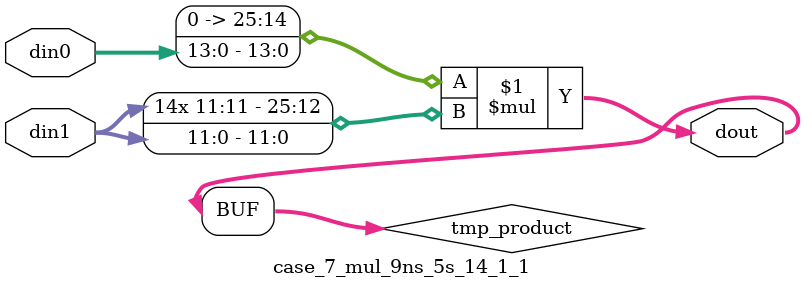
<source format=v>

`timescale 1 ns / 1 ps

 (* use_dsp = "no" *)  module case_7_mul_9ns_5s_14_1_1(din0, din1, dout);
parameter ID = 1;
parameter NUM_STAGE = 0;
parameter din0_WIDTH = 14;
parameter din1_WIDTH = 12;
parameter dout_WIDTH = 26;

input [din0_WIDTH - 1 : 0] din0; 
input [din1_WIDTH - 1 : 0] din1; 
output [dout_WIDTH - 1 : 0] dout;

wire signed [dout_WIDTH - 1 : 0] tmp_product;

























assign tmp_product = $signed({1'b0, din0}) * $signed(din1);










assign dout = tmp_product;





















endmodule

</source>
